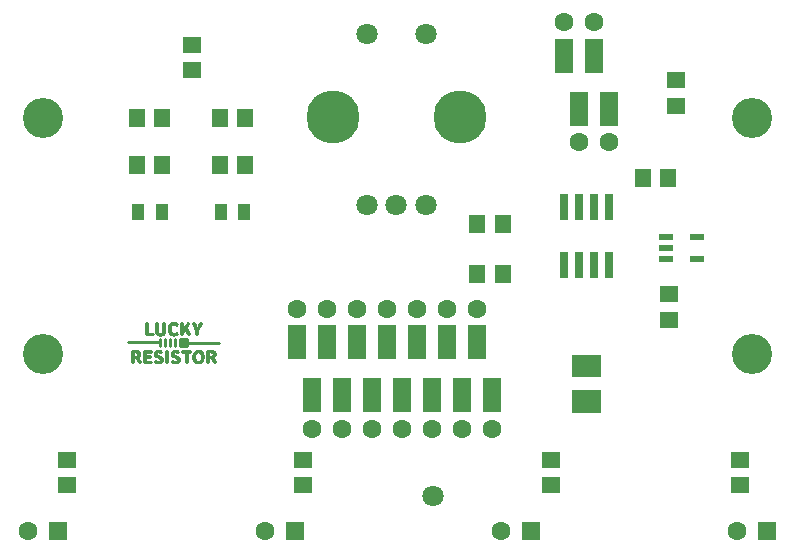
<source format=gbr>
G04 EAGLE Gerber RS-274X export*
G75*
%MOMM*%
%FSLAX34Y34*%
%LPD*%
%INSoldermask Top*%
%IPPOS*%
%AMOC8*
5,1,8,0,0,1.08239X$1,22.5*%
G01*
G04 Define Apertures*
%ADD10C,3.400000*%
%ADD11C,1.800000*%
%ADD12C,4.500000*%
%ADD13R,1.400000X1.600000*%
%ADD14R,1.000000X1.400000*%
%ADD15R,1.600000X1.400000*%
%ADD16R,1.500000X3.000000*%
%ADD17C,1.600000*%
%ADD18R,1.600000X1.600000*%
%ADD19R,1.200000X0.600000*%
%ADD20R,0.700000X2.200000*%
%ADD21C,0.254000*%
G36*
X487935Y170475D02*
X512065Y170475D01*
X512065Y189525D01*
X487935Y189525D01*
X487935Y170475D01*
G37*
G36*
X487935Y140475D02*
X512065Y140475D01*
X512065Y159525D01*
X487935Y159525D01*
X487935Y140475D01*
G37*
D10*
X40000Y390000D03*
X640000Y390000D03*
X40000Y190000D03*
X640000Y190000D03*
D11*
X363900Y316100D03*
X338900Y316100D03*
X313900Y316100D03*
X363900Y461100D03*
X313900Y461100D03*
D12*
X392900Y391100D03*
X284900Y391100D03*
D13*
X119250Y350000D03*
X140750Y350000D03*
X210750Y350000D03*
X189250Y350000D03*
D14*
X140000Y310000D03*
X120000Y310000D03*
X190000Y310000D03*
X210000Y310000D03*
D13*
X119250Y390000D03*
X140750Y390000D03*
X210750Y390000D03*
X189250Y390000D03*
D15*
X166000Y451750D03*
X166000Y430250D03*
D16*
X330650Y200200D03*
X305250Y200200D03*
X279850Y200200D03*
X254450Y200200D03*
X356050Y200200D03*
X381450Y200200D03*
X406850Y200200D03*
X267150Y155200D03*
X292550Y155200D03*
X317950Y155200D03*
X343350Y155200D03*
X368750Y155200D03*
X394150Y155200D03*
X419550Y155200D03*
D17*
X254450Y228500D03*
X279850Y228500D03*
X305250Y228500D03*
X330650Y228500D03*
X356050Y228500D03*
X381450Y228500D03*
X406850Y228500D03*
X419550Y126900D03*
X394150Y126900D03*
X368750Y126900D03*
X343350Y126900D03*
X317950Y126900D03*
X292550Y126900D03*
X267150Y126900D03*
D18*
X652700Y40000D03*
D17*
X627300Y40000D03*
D18*
X452700Y40000D03*
D17*
X427300Y40000D03*
D18*
X252700Y40000D03*
D17*
X227300Y40000D03*
D18*
X52700Y40000D03*
D17*
X27300Y40000D03*
D15*
X630000Y79250D03*
X630000Y100750D03*
X470000Y79250D03*
X470000Y100750D03*
X260000Y79250D03*
X260000Y100750D03*
X60000Y79250D03*
X60000Y100750D03*
D19*
X593060Y289500D03*
X593060Y270500D03*
X566940Y289500D03*
X566940Y280000D03*
X566940Y270500D03*
D15*
X570000Y219250D03*
X570000Y240750D03*
D20*
X480950Y265296D03*
X493650Y265296D03*
X506350Y265296D03*
X519050Y265296D03*
X519050Y314704D03*
X506350Y314704D03*
X493650Y314704D03*
X480950Y314704D03*
D13*
X428750Y300000D03*
X407250Y300000D03*
X428750Y258000D03*
X407250Y258000D03*
D15*
X576000Y421750D03*
X576000Y400250D03*
D13*
X547250Y339000D03*
X568750Y339000D03*
D16*
X480950Y442540D03*
X506350Y442540D03*
X493650Y397540D03*
X519050Y397540D03*
D17*
X480950Y470840D03*
X506350Y470840D03*
X493650Y369240D03*
X519050Y369240D03*
D21*
X170869Y183041D02*
X169936Y183117D01*
X169515Y183211D01*
X169126Y183343D01*
X168767Y183513D01*
X168439Y183721D01*
X168142Y183965D01*
X167876Y184248D01*
X167642Y184567D01*
X167438Y184924D01*
X167266Y185319D01*
X167014Y186219D01*
X166889Y187267D01*
X166910Y188644D01*
X167014Y189350D01*
X167178Y189969D01*
X167393Y190508D01*
X167653Y190971D01*
X167948Y191365D01*
X168270Y191695D01*
X168612Y191966D01*
X168966Y192185D01*
X169323Y192356D01*
X170017Y192579D01*
X170628Y192681D01*
X171093Y192705D01*
X171553Y192685D01*
X171984Y192626D01*
X172387Y192529D01*
X172762Y192392D01*
X173108Y192218D01*
X173425Y192006D01*
X173713Y191755D01*
X173971Y191468D01*
X174200Y191143D01*
X174399Y190781D01*
X174568Y190382D01*
X174815Y189475D01*
X174940Y188425D01*
X174946Y187432D01*
X174867Y186589D01*
X174688Y185761D01*
X174553Y185363D01*
X174384Y184982D01*
X174178Y184622D01*
X173933Y184288D01*
X173646Y183983D01*
X173313Y183714D01*
X172932Y183484D01*
X172500Y183297D01*
X172014Y183158D01*
X171472Y183071D01*
X170869Y183041D01*
X170560Y192423D02*
X170921Y192443D01*
X170560Y192423D02*
X170217Y192364D01*
X169893Y192266D01*
X169588Y192132D01*
X169304Y191961D01*
X169041Y191754D01*
X168799Y191514D01*
X168580Y191240D01*
X168385Y190934D01*
X168213Y190596D01*
X167943Y189831D01*
X167777Y188952D01*
X167721Y187968D01*
X167821Y186553D01*
X167938Y185966D01*
X168093Y185453D01*
X168281Y185009D01*
X168496Y184629D01*
X168733Y184308D01*
X168987Y184042D01*
X169252Y183825D01*
X169524Y183653D01*
X169797Y183520D01*
X170065Y183423D01*
X170568Y183314D01*
X170990Y183286D01*
X171397Y183312D01*
X171882Y183418D01*
X172140Y183512D01*
X172403Y183639D01*
X172664Y183805D01*
X172920Y184014D01*
X173164Y184271D01*
X173392Y184580D01*
X173599Y184946D01*
X173780Y185373D01*
X173929Y185868D01*
X174114Y187074D01*
X174124Y188320D01*
X174012Y189289D01*
X173792Y190143D01*
X173644Y190525D01*
X173471Y190876D01*
X173274Y191194D01*
X173054Y191478D01*
X172811Y191728D01*
X172547Y191942D01*
X172261Y192120D01*
X171955Y192259D01*
X171629Y192361D01*
X171284Y192422D01*
X170921Y192443D01*
X151360Y183041D02*
X150589Y183091D01*
X149834Y183224D01*
X148507Y183640D01*
X148673Y184044D01*
X150051Y183589D01*
X150738Y183455D01*
X151377Y183406D01*
X151681Y183419D01*
X151960Y183455D01*
X152215Y183513D01*
X152447Y183591D01*
X152656Y183688D01*
X152843Y183803D01*
X153008Y183932D01*
X153154Y184075D01*
X153279Y184230D01*
X153386Y184395D01*
X153474Y184568D01*
X153544Y184748D01*
X153635Y185123D01*
X153665Y185504D01*
X153647Y185783D01*
X153597Y186037D01*
X153518Y186268D01*
X153411Y186477D01*
X153281Y186666D01*
X153130Y186835D01*
X152961Y186988D01*
X152583Y187245D01*
X152169Y187450D01*
X150305Y188088D01*
X149841Y188299D01*
X149449Y188538D01*
X149281Y188671D01*
X149132Y188814D01*
X149002Y188969D01*
X148892Y189136D01*
X148801Y189318D01*
X148730Y189514D01*
X148679Y189727D01*
X148648Y189958D01*
X148638Y190207D01*
X148665Y190617D01*
X148740Y190980D01*
X148859Y191298D01*
X149016Y191575D01*
X149204Y191814D01*
X149418Y192016D01*
X149653Y192186D01*
X149901Y192325D01*
X150418Y192526D01*
X150921Y192640D01*
X151704Y192705D01*
X152390Y192651D01*
X153074Y192497D01*
X153737Y192249D01*
X154360Y191916D01*
X154136Y191631D01*
X153480Y191978D01*
X152855Y192226D01*
X152263Y192376D01*
X151704Y192425D01*
X151247Y192387D01*
X151032Y192340D01*
X150829Y192276D01*
X150636Y192196D01*
X150456Y192099D01*
X150289Y191987D01*
X150137Y191862D01*
X149998Y191722D01*
X149876Y191570D01*
X149770Y191406D01*
X149682Y191230D01*
X149612Y191044D01*
X149560Y190848D01*
X149529Y190644D01*
X149518Y190431D01*
X149535Y190156D01*
X149583Y189906D01*
X149660Y189677D01*
X149764Y189468D01*
X149892Y189279D01*
X150040Y189108D01*
X150208Y188953D01*
X150590Y188686D01*
X151016Y188467D01*
X153000Y187751D01*
X153470Y187534D01*
X153859Y187291D01*
X154023Y187158D01*
X154168Y187014D01*
X154293Y186859D01*
X154398Y186691D01*
X154484Y186508D01*
X154551Y186310D01*
X154598Y186095D01*
X154636Y185608D01*
X154610Y185197D01*
X154536Y184832D01*
X154418Y184510D01*
X154263Y184229D01*
X154075Y183986D01*
X153859Y183777D01*
X153622Y183602D01*
X153367Y183456D01*
X152829Y183242D01*
X152287Y183116D01*
X151360Y183041D01*
X136964Y183041D02*
X136194Y183091D01*
X135439Y183224D01*
X134112Y183642D01*
X134277Y184044D01*
X135656Y183589D01*
X136343Y183455D01*
X136982Y183406D01*
X137286Y183419D01*
X137565Y183455D01*
X137820Y183513D01*
X138052Y183591D01*
X138261Y183688D01*
X138448Y183803D01*
X138614Y183932D01*
X138759Y184075D01*
X138885Y184230D01*
X138992Y184395D01*
X139080Y184568D01*
X139151Y184748D01*
X139242Y185123D01*
X139271Y185504D01*
X139254Y185783D01*
X139204Y186037D01*
X139124Y186268D01*
X139017Y186477D01*
X138887Y186666D01*
X138736Y186835D01*
X138567Y186988D01*
X138188Y187245D01*
X137774Y187450D01*
X135910Y188088D01*
X135445Y188299D01*
X135054Y188538D01*
X134886Y188671D01*
X134737Y188814D01*
X134607Y188969D01*
X134497Y189136D01*
X134406Y189318D01*
X134335Y189514D01*
X134284Y189727D01*
X134253Y189958D01*
X134243Y190207D01*
X134269Y190617D01*
X134345Y190980D01*
X134464Y191298D01*
X134621Y191575D01*
X134809Y191814D01*
X135023Y192016D01*
X135257Y192186D01*
X135506Y192325D01*
X136022Y192526D01*
X136526Y192640D01*
X137309Y192705D01*
X137994Y192652D01*
X138678Y192497D01*
X139342Y192250D01*
X139965Y191916D01*
X139739Y191631D01*
X139083Y191978D01*
X138458Y192226D01*
X137866Y192376D01*
X137309Y192425D01*
X136851Y192387D01*
X136637Y192340D01*
X136433Y192276D01*
X136241Y192196D01*
X136061Y192099D01*
X135894Y191987D01*
X135741Y191862D01*
X135603Y191722D01*
X135481Y191570D01*
X135375Y191406D01*
X135287Y191230D01*
X135216Y191044D01*
X135165Y190848D01*
X135134Y190644D01*
X135123Y190431D01*
X135140Y190156D01*
X135188Y189906D01*
X135265Y189677D01*
X135369Y189468D01*
X135496Y189279D01*
X135645Y189108D01*
X135813Y188953D01*
X136194Y188686D01*
X136620Y188467D01*
X138604Y187751D01*
X139073Y187534D01*
X139461Y187291D01*
X139626Y187158D01*
X139770Y187014D01*
X139895Y186859D01*
X140000Y186691D01*
X140086Y186508D01*
X140152Y186310D01*
X140200Y186095D01*
X140237Y185608D01*
X140211Y185197D01*
X140137Y184832D01*
X140020Y184510D01*
X139864Y184229D01*
X139676Y183986D01*
X139461Y183777D01*
X139224Y183602D01*
X138970Y183456D01*
X138432Y183242D01*
X137891Y183116D01*
X136964Y183041D01*
X183107Y186605D02*
X184608Y183248D01*
X183107Y186605D02*
X182871Y186908D01*
X182746Y187032D01*
X182485Y187230D01*
X182219Y187370D01*
X181958Y187461D01*
X181712Y187512D01*
X180469Y187529D01*
X180360Y187513D01*
X180254Y187486D01*
X180154Y187449D01*
X180057Y187402D01*
X179967Y187347D01*
X179882Y187284D01*
X179804Y187213D01*
X179733Y187135D01*
X179670Y187050D01*
X179615Y186959D01*
X179569Y186863D01*
X179532Y186762D01*
X179504Y186656D01*
X179488Y186547D01*
X179482Y183248D01*
X178717Y183248D01*
X178717Y192498D01*
X182742Y192448D01*
X183533Y192308D01*
X183850Y192208D01*
X184120Y192091D01*
X184346Y191959D01*
X184533Y191812D01*
X184684Y191653D01*
X184802Y191484D01*
X184892Y191306D01*
X184958Y191121D01*
X185002Y190930D01*
X185042Y190541D01*
X185039Y190163D01*
X184987Y189823D01*
X184889Y189516D01*
X184753Y189241D01*
X184588Y188999D01*
X184399Y188790D01*
X184196Y188615D01*
X183984Y188474D01*
X183810Y188380D01*
X183684Y188293D01*
X183573Y188191D01*
X183477Y188074D01*
X183398Y187947D01*
X183337Y187809D01*
X183296Y187663D01*
X183274Y187511D01*
X183274Y187356D01*
X183296Y187204D01*
X183337Y187058D01*
X183398Y186920D01*
X183477Y186793D01*
X183573Y186677D01*
X183684Y186574D01*
X183810Y186487D01*
X183884Y186446D01*
X183902Y186433D01*
X183955Y186380D01*
X184022Y186288D01*
X185370Y183248D01*
X184608Y183248D01*
X180581Y192391D02*
X180469Y192385D01*
X180360Y192369D01*
X180254Y192342D01*
X180154Y192305D01*
X180057Y192258D01*
X179967Y192203D01*
X179882Y192140D01*
X179804Y192069D01*
X179733Y191991D01*
X179670Y191906D01*
X179615Y191815D01*
X179569Y191719D01*
X179532Y191618D01*
X179504Y191512D01*
X179488Y191403D01*
X179488Y188596D01*
X179504Y188486D01*
X179532Y188381D01*
X179569Y188280D01*
X179615Y188183D01*
X179670Y188093D01*
X179733Y188008D01*
X179804Y187930D01*
X179882Y187859D01*
X179967Y187795D01*
X180057Y187740D01*
X180154Y187694D01*
X180254Y187657D01*
X180360Y187630D01*
X180469Y187613D01*
X181980Y187619D01*
X182247Y187653D01*
X182499Y187708D01*
X182737Y187784D01*
X182959Y187881D01*
X183166Y187998D01*
X183356Y188133D01*
X183529Y188287D01*
X183684Y188459D01*
X183820Y188648D01*
X183937Y188853D01*
X184034Y189074D01*
X184111Y189310D01*
X184167Y189561D01*
X184212Y190103D01*
X184187Y190501D01*
X184103Y190901D01*
X184033Y191097D01*
X183943Y191286D01*
X183830Y191467D01*
X183692Y191639D01*
X183528Y191798D01*
X183335Y191942D01*
X183113Y192071D01*
X182858Y192180D01*
X182568Y192269D01*
X182243Y192336D01*
X180581Y192391D01*
X160511Y191127D02*
X160517Y183248D01*
X160511Y191127D02*
X160494Y191237D01*
X160467Y191342D01*
X160430Y191443D01*
X160384Y191539D01*
X160329Y191630D01*
X160266Y191715D01*
X160195Y191793D01*
X160117Y191864D01*
X160032Y191927D01*
X159941Y191983D01*
X159845Y192029D01*
X159744Y192066D01*
X159639Y192093D01*
X159530Y192110D01*
X157468Y192115D01*
X157468Y192498D01*
X164434Y192498D01*
X164434Y192115D01*
X162251Y192110D01*
X162142Y192093D01*
X162037Y192066D01*
X161936Y192029D01*
X161840Y191983D01*
X161749Y191927D01*
X161665Y191864D01*
X161587Y191793D01*
X161516Y191715D01*
X161452Y191630D01*
X161397Y191539D01*
X161351Y191443D01*
X161314Y191342D01*
X161287Y191237D01*
X161270Y191127D01*
X161264Y183248D01*
X160517Y183248D01*
X144006Y183248D02*
X144006Y192498D01*
X144766Y192498D01*
X144766Y183248D01*
X144006Y183248D01*
X125477Y183248D02*
X125477Y192498D01*
X130767Y192498D01*
X130767Y192115D01*
X127226Y192110D01*
X127117Y192093D01*
X127011Y192066D01*
X126910Y192029D01*
X126814Y191983D01*
X126723Y191927D01*
X126639Y191864D01*
X126560Y191793D01*
X126489Y191715D01*
X126426Y191630D01*
X126371Y191539D01*
X126325Y191443D01*
X126288Y191342D01*
X126260Y191237D01*
X126244Y191127D01*
X126244Y189164D01*
X126260Y189055D01*
X126288Y188949D01*
X126325Y188848D01*
X126371Y188752D01*
X126426Y188661D01*
X126489Y188576D01*
X126560Y188498D01*
X126639Y188427D01*
X126723Y188364D01*
X126814Y188309D01*
X126910Y188262D01*
X127011Y188225D01*
X127117Y188198D01*
X127226Y188182D01*
X130129Y188176D01*
X130129Y187794D01*
X127226Y187788D01*
X127117Y187771D01*
X127011Y187744D01*
X126910Y187707D01*
X126814Y187661D01*
X126723Y187606D01*
X126639Y187542D01*
X126560Y187471D01*
X126489Y187393D01*
X126426Y187308D01*
X126371Y187218D01*
X126325Y187121D01*
X126288Y187020D01*
X126260Y186915D01*
X126244Y186805D01*
X126244Y184617D01*
X126260Y184507D01*
X126288Y184402D01*
X126325Y184301D01*
X126371Y184204D01*
X126426Y184114D01*
X126489Y184029D01*
X126560Y183951D01*
X126639Y183880D01*
X126723Y183816D01*
X126814Y183761D01*
X126910Y183715D01*
X127011Y183678D01*
X127117Y183651D01*
X127226Y183634D01*
X130887Y183628D01*
X130887Y183248D01*
X125477Y183248D01*
X120895Y183248D02*
X119393Y186605D01*
X119158Y186908D01*
X118903Y187139D01*
X118638Y187307D01*
X118374Y187421D01*
X118120Y187491D01*
X117885Y187526D01*
X116757Y187529D01*
X116647Y187513D01*
X116542Y187486D01*
X116441Y187449D01*
X116344Y187402D01*
X116254Y187347D01*
X116169Y187284D01*
X116091Y187213D01*
X116020Y187135D01*
X115956Y187050D01*
X115901Y186959D01*
X115855Y186863D01*
X115818Y186762D01*
X115791Y186656D01*
X115774Y186547D01*
X115768Y183248D01*
X115007Y183248D01*
X115007Y192498D01*
X119030Y192448D01*
X119820Y192308D01*
X120137Y192208D01*
X120406Y192091D01*
X120632Y191959D01*
X120819Y191812D01*
X120969Y191653D01*
X121088Y191484D01*
X121177Y191306D01*
X121243Y191121D01*
X121287Y190930D01*
X121327Y190541D01*
X121324Y190163D01*
X121271Y189823D01*
X121174Y189516D01*
X121039Y189241D01*
X120873Y188999D01*
X120685Y188790D01*
X120482Y188615D01*
X120271Y188474D01*
X120096Y188380D01*
X119970Y188293D01*
X119859Y188191D01*
X119763Y188074D01*
X119683Y187947D01*
X119622Y187809D01*
X119581Y187663D01*
X119559Y187511D01*
X119559Y187356D01*
X119581Y187204D01*
X119622Y187058D01*
X119683Y186920D01*
X119763Y186793D01*
X119859Y186677D01*
X119970Y186574D01*
X120096Y186487D01*
X120170Y186446D01*
X120188Y186433D01*
X120241Y186380D01*
X120309Y186288D01*
X120382Y186155D01*
X121660Y183248D01*
X120895Y183248D01*
X116869Y192391D02*
X116757Y192385D01*
X116647Y192369D01*
X116542Y192342D01*
X116441Y192305D01*
X116344Y192258D01*
X116254Y192203D01*
X116169Y192140D01*
X116091Y192069D01*
X116020Y191991D01*
X115956Y191906D01*
X115901Y191815D01*
X115855Y191719D01*
X115818Y191618D01*
X115791Y191512D01*
X115774Y191403D01*
X115774Y188596D01*
X115791Y188486D01*
X115818Y188381D01*
X115855Y188280D01*
X115901Y188183D01*
X115956Y188093D01*
X116020Y188008D01*
X116091Y187930D01*
X116169Y187859D01*
X116254Y187795D01*
X116344Y187740D01*
X116441Y187694D01*
X116542Y187657D01*
X116647Y187630D01*
X116757Y187613D01*
X118268Y187619D01*
X118534Y187653D01*
X118787Y187708D01*
X119024Y187784D01*
X119247Y187881D01*
X119453Y187998D01*
X119643Y188133D01*
X119816Y188287D01*
X119971Y188459D01*
X120108Y188648D01*
X120225Y188853D01*
X120322Y189074D01*
X120399Y189310D01*
X120455Y189561D01*
X120500Y190103D01*
X120475Y190501D01*
X120391Y190901D01*
X120321Y191097D01*
X120231Y191286D01*
X120118Y191467D01*
X119980Y191639D01*
X119816Y191798D01*
X119624Y191942D01*
X119401Y192071D01*
X119146Y192180D01*
X118857Y192269D01*
X118531Y192336D01*
X116869Y192391D01*
X155698Y202557D02*
X161784Y202557D01*
X161784Y200882D01*
X161784Y198962D01*
X161784Y197121D01*
X155698Y197121D01*
X150206Y206652D02*
X149586Y206681D01*
X149028Y206767D01*
X148528Y206904D01*
X148083Y207088D01*
X147691Y207315D01*
X147349Y207581D01*
X147053Y207880D01*
X146801Y208210D01*
X146590Y208564D01*
X146416Y208940D01*
X146171Y209737D01*
X146041Y210565D01*
X146003Y211389D01*
X146037Y212177D01*
X146134Y212878D01*
X146288Y213495D01*
X146491Y214035D01*
X146738Y214502D01*
X147020Y214902D01*
X147330Y215240D01*
X147663Y215520D01*
X148011Y215748D01*
X148368Y215929D01*
X148725Y216069D01*
X149417Y216242D01*
X150031Y216309D01*
X150478Y216311D01*
X150842Y216278D01*
X151191Y216212D01*
X151527Y216112D01*
X151849Y215980D01*
X152157Y215815D01*
X152451Y215616D01*
X152865Y215258D01*
X152517Y215008D01*
X151965Y215467D01*
X151680Y215647D01*
X151389Y215794D01*
X151091Y215908D01*
X150786Y215989D01*
X150474Y216037D01*
X150154Y216054D01*
X149854Y216040D01*
X149554Y215996D01*
X149256Y215923D01*
X148964Y215817D01*
X148680Y215679D01*
X148407Y215506D01*
X148147Y215296D01*
X147903Y215050D01*
X147678Y214764D01*
X147474Y214438D01*
X147295Y214071D01*
X147142Y213661D01*
X146927Y212705D01*
X146850Y211561D01*
X146880Y210793D01*
X146967Y210113D01*
X147104Y209516D01*
X147283Y208997D01*
X147498Y208550D01*
X147744Y208171D01*
X148012Y207853D01*
X148297Y207591D01*
X148591Y207380D01*
X148888Y207215D01*
X149182Y207090D01*
X149731Y206939D01*
X150186Y206884D01*
X150785Y206903D01*
X151344Y207011D01*
X151896Y207205D01*
X152579Y207572D01*
X152734Y207372D01*
X152153Y207047D01*
X151549Y206823D01*
X150906Y206693D01*
X150206Y206652D01*
X138876Y206652D02*
X137917Y206705D01*
X137149Y206860D01*
X136830Y206973D01*
X136552Y207109D01*
X136312Y207268D01*
X136108Y207447D01*
X135937Y207647D01*
X135797Y207866D01*
X135685Y208104D01*
X135599Y208360D01*
X135495Y208922D01*
X135464Y216109D01*
X136225Y216109D01*
X136273Y209094D01*
X136331Y208807D01*
X136411Y208539D01*
X136513Y208290D01*
X136637Y208059D01*
X136782Y207849D01*
X136947Y207658D01*
X137132Y207487D01*
X137337Y207338D01*
X137560Y207211D01*
X137802Y207105D01*
X138062Y207022D01*
X138340Y206962D01*
X138945Y206914D01*
X139234Y206926D01*
X139510Y206964D01*
X139773Y207025D01*
X140021Y207110D01*
X140253Y207217D01*
X140470Y207345D01*
X140670Y207494D01*
X140852Y207663D01*
X141015Y207851D01*
X141160Y208057D01*
X141284Y208281D01*
X141388Y208521D01*
X141469Y208777D01*
X141529Y209048D01*
X141577Y216109D01*
X142339Y216109D01*
X142309Y208855D01*
X142223Y208472D01*
X142089Y208136D01*
X141912Y207844D01*
X141699Y207592D01*
X141458Y207379D01*
X141193Y207200D01*
X140912Y207052D01*
X140329Y206841D01*
X139760Y206720D01*
X138876Y206652D01*
X169471Y206859D02*
X169463Y210281D01*
X169440Y210411D01*
X169401Y210538D01*
X166491Y216109D01*
X167231Y216109D01*
X168990Y212465D01*
X169085Y212343D01*
X169195Y212236D01*
X169318Y212146D01*
X169453Y212073D01*
X169597Y212020D01*
X169748Y211988D01*
X169905Y211976D01*
X170062Y211987D01*
X170219Y212019D01*
X170371Y212070D01*
X170517Y212140D01*
X170651Y212227D01*
X170771Y212330D01*
X170874Y212449D01*
X172737Y216109D01*
X173291Y216109D01*
X170292Y210567D01*
X170251Y210436D01*
X170227Y210302D01*
X170218Y206859D01*
X169471Y206859D01*
X162205Y206859D02*
X160370Y210600D01*
X160285Y210713D01*
X160186Y210813D01*
X160076Y210900D01*
X159956Y210971D01*
X159827Y211028D01*
X159691Y211067D01*
X159513Y211092D01*
X159464Y211094D01*
X159322Y211087D01*
X159194Y211064D01*
X159071Y211026D01*
X158954Y210975D01*
X158843Y210910D01*
X158740Y210833D01*
X158647Y210743D01*
X157499Y209174D01*
X157420Y209020D01*
X157367Y208856D01*
X157340Y208685D01*
X157337Y206859D01*
X156593Y206859D01*
X156593Y216109D01*
X157337Y216109D01*
X157354Y213309D01*
X157405Y213017D01*
X157487Y212761D01*
X157598Y212540D01*
X157733Y212355D01*
X157809Y212277D01*
X157889Y212207D01*
X157974Y212146D01*
X158063Y212094D01*
X158155Y212051D01*
X158251Y212017D01*
X158349Y211992D01*
X158450Y211977D01*
X158552Y211970D01*
X158761Y211985D01*
X158972Y212037D01*
X159182Y212125D01*
X159387Y212251D01*
X159584Y212414D01*
X159770Y212615D01*
X162153Y216109D01*
X162739Y216109D01*
X160574Y212973D01*
X160516Y212838D01*
X160476Y212698D01*
X160456Y212554D01*
X160455Y212409D01*
X160473Y212264D01*
X160511Y212122D01*
X163121Y206859D01*
X162205Y206859D01*
X127113Y206859D02*
X127113Y216109D01*
X127890Y216109D01*
X127896Y208246D01*
X127912Y208137D01*
X127940Y208032D01*
X127977Y207930D01*
X128023Y207834D01*
X128078Y207743D01*
X128141Y207659D01*
X128212Y207581D01*
X128291Y207510D01*
X128375Y207446D01*
X128466Y207391D01*
X128562Y207345D01*
X128663Y207308D01*
X128769Y207281D01*
X128878Y207264D01*
X132455Y207258D01*
X132455Y206859D01*
X127113Y206859D01*
X138651Y200001D02*
X111381Y200001D01*
X161797Y199863D02*
X188735Y199863D01*
X138651Y202557D02*
X138651Y197121D01*
X142913Y197121D02*
X142913Y202557D01*
X147174Y202557D02*
X147174Y197121D01*
X151436Y197121D02*
X151436Y202557D01*
X155698Y202557D02*
X155698Y200882D01*
X155698Y198962D01*
X155698Y197121D01*
X155698Y200882D02*
X161784Y200882D01*
X161784Y198962D02*
X155698Y198962D01*
D11*
X370000Y70000D03*
M02*

</source>
